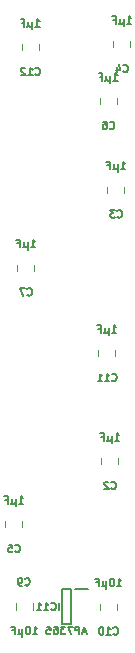
<source format=gbo>
%TF.GenerationSoftware,KiCad,Pcbnew,9.0.2*%
%TF.CreationDate,2025-06-26T19:22:28+02:00*%
%TF.ProjectId,HCP65 Device Interrupts,48435036-3520-4446-9576-69636520496e,V0*%
%TF.SameCoordinates,Original*%
%TF.FileFunction,Legend,Bot*%
%TF.FilePolarity,Positive*%
%FSLAX46Y46*%
G04 Gerber Fmt 4.6, Leading zero omitted, Abs format (unit mm)*
G04 Created by KiCad (PCBNEW 9.0.2) date 2025-06-26 19:22:28*
%MOMM*%
%LPD*%
G01*
G04 APERTURE LIST*
%ADD10C,0.150000*%
%ADD11C,0.120000*%
%ADD12C,0.200000*%
G04 APERTURE END LIST*
D10*
X12451833Y-2300486D02*
X12482071Y-2330725D01*
X12482071Y-2330725D02*
X12572785Y-2360963D01*
X12572785Y-2360963D02*
X12633261Y-2360963D01*
X12633261Y-2360963D02*
X12723976Y-2330725D01*
X12723976Y-2330725D02*
X12784452Y-2270248D01*
X12784452Y-2270248D02*
X12814690Y-2209772D01*
X12814690Y-2209772D02*
X12844928Y-2088820D01*
X12844928Y-2088820D02*
X12844928Y-1998105D01*
X12844928Y-1998105D02*
X12814690Y-1877153D01*
X12814690Y-1877153D02*
X12784452Y-1816677D01*
X12784452Y-1816677D02*
X12723976Y-1756201D01*
X12723976Y-1756201D02*
X12633261Y-1725963D01*
X12633261Y-1725963D02*
X12572785Y-1725963D01*
X12572785Y-1725963D02*
X12482071Y-1756201D01*
X12482071Y-1756201D02*
X12451833Y-1786439D01*
X11907547Y-1937629D02*
X11907547Y-2360963D01*
X12058738Y-1695725D02*
X12209928Y-2149296D01*
X12209928Y-2149296D02*
X11816833Y-2149296D01*
X12742333Y1746036D02*
X13105190Y1746036D01*
X12923762Y1746036D02*
X12923762Y2381036D01*
X12923762Y2381036D02*
X12984238Y2290322D01*
X12984238Y2290322D02*
X13044714Y2229846D01*
X13044714Y2229846D02*
X13105190Y2199608D01*
X12470190Y2169370D02*
X12470190Y1534370D01*
X12167809Y1836751D02*
X12137571Y1776275D01*
X12137571Y1776275D02*
X12077095Y1746036D01*
X12470190Y1836751D02*
X12439952Y1776275D01*
X12439952Y1776275D02*
X12379476Y1746036D01*
X12379476Y1746036D02*
X12258523Y1746036D01*
X12258523Y1746036D02*
X12198047Y1776275D01*
X12198047Y1776275D02*
X12167809Y1836751D01*
X12167809Y1836751D02*
X12167809Y2169370D01*
X11593285Y2078655D02*
X11804952Y2078655D01*
X11804952Y1746036D02*
X11804952Y2381036D01*
X11804952Y2381036D02*
X11502571Y2381036D01*
X11611214Y-49925486D02*
X11641452Y-49955725D01*
X11641452Y-49955725D02*
X11732166Y-49985963D01*
X11732166Y-49985963D02*
X11792642Y-49985963D01*
X11792642Y-49985963D02*
X11883357Y-49955725D01*
X11883357Y-49955725D02*
X11943833Y-49895248D01*
X11943833Y-49895248D02*
X11974071Y-49834772D01*
X11974071Y-49834772D02*
X12004309Y-49713820D01*
X12004309Y-49713820D02*
X12004309Y-49623105D01*
X12004309Y-49623105D02*
X11974071Y-49502153D01*
X11974071Y-49502153D02*
X11943833Y-49441677D01*
X11943833Y-49441677D02*
X11883357Y-49381201D01*
X11883357Y-49381201D02*
X11792642Y-49350963D01*
X11792642Y-49350963D02*
X11732166Y-49350963D01*
X11732166Y-49350963D02*
X11641452Y-49381201D01*
X11641452Y-49381201D02*
X11611214Y-49411439D01*
X11006452Y-49985963D02*
X11369309Y-49985963D01*
X11187881Y-49985963D02*
X11187881Y-49350963D01*
X11187881Y-49350963D02*
X11248357Y-49441677D01*
X11248357Y-49441677D02*
X11308833Y-49502153D01*
X11308833Y-49502153D02*
X11369309Y-49532391D01*
X10613357Y-49350963D02*
X10552880Y-49350963D01*
X10552880Y-49350963D02*
X10492404Y-49381201D01*
X10492404Y-49381201D02*
X10462166Y-49411439D01*
X10462166Y-49411439D02*
X10431928Y-49471915D01*
X10431928Y-49471915D02*
X10401690Y-49592867D01*
X10401690Y-49592867D02*
X10401690Y-49744058D01*
X10401690Y-49744058D02*
X10431928Y-49865010D01*
X10431928Y-49865010D02*
X10462166Y-49925486D01*
X10462166Y-49925486D02*
X10492404Y-49955725D01*
X10492404Y-49955725D02*
X10552880Y-49985963D01*
X10552880Y-49985963D02*
X10613357Y-49985963D01*
X10613357Y-49985963D02*
X10673833Y-49955725D01*
X10673833Y-49955725D02*
X10704071Y-49925486D01*
X10704071Y-49925486D02*
X10734309Y-49865010D01*
X10734309Y-49865010D02*
X10764547Y-49744058D01*
X10764547Y-49744058D02*
X10764547Y-49592867D01*
X10764547Y-49592867D02*
X10734309Y-49471915D01*
X10734309Y-49471915D02*
X10704071Y-49411439D01*
X10704071Y-49411439D02*
X10673833Y-49381201D01*
X10673833Y-49381201D02*
X10613357Y-49350963D01*
X11901714Y-45878963D02*
X12264571Y-45878963D01*
X12083143Y-45878963D02*
X12083143Y-45243963D01*
X12083143Y-45243963D02*
X12143619Y-45334677D01*
X12143619Y-45334677D02*
X12204095Y-45395153D01*
X12204095Y-45395153D02*
X12264571Y-45425391D01*
X11508619Y-45243963D02*
X11448142Y-45243963D01*
X11448142Y-45243963D02*
X11387666Y-45274201D01*
X11387666Y-45274201D02*
X11357428Y-45304439D01*
X11357428Y-45304439D02*
X11327190Y-45364915D01*
X11327190Y-45364915D02*
X11296952Y-45485867D01*
X11296952Y-45485867D02*
X11296952Y-45637058D01*
X11296952Y-45637058D02*
X11327190Y-45758010D01*
X11327190Y-45758010D02*
X11357428Y-45818486D01*
X11357428Y-45818486D02*
X11387666Y-45848725D01*
X11387666Y-45848725D02*
X11448142Y-45878963D01*
X11448142Y-45878963D02*
X11508619Y-45878963D01*
X11508619Y-45878963D02*
X11569095Y-45848725D01*
X11569095Y-45848725D02*
X11599333Y-45818486D01*
X11599333Y-45818486D02*
X11629571Y-45758010D01*
X11629571Y-45758010D02*
X11659809Y-45637058D01*
X11659809Y-45637058D02*
X11659809Y-45485867D01*
X11659809Y-45485867D02*
X11629571Y-45364915D01*
X11629571Y-45364915D02*
X11599333Y-45304439D01*
X11599333Y-45304439D02*
X11569095Y-45274201D01*
X11569095Y-45274201D02*
X11508619Y-45243963D01*
X11024809Y-45455629D02*
X11024809Y-46090629D01*
X10722428Y-45788248D02*
X10692190Y-45848725D01*
X10692190Y-45848725D02*
X10631714Y-45878963D01*
X11024809Y-45788248D02*
X10994571Y-45848725D01*
X10994571Y-45848725D02*
X10934095Y-45878963D01*
X10934095Y-45878963D02*
X10813142Y-45878963D01*
X10813142Y-45878963D02*
X10752666Y-45848725D01*
X10752666Y-45848725D02*
X10722428Y-45788248D01*
X10722428Y-45788248D02*
X10722428Y-45455629D01*
X10147904Y-45546344D02*
X10359571Y-45546344D01*
X10359571Y-45878963D02*
X10359571Y-45243963D01*
X10359571Y-45243963D02*
X10057190Y-45243963D01*
X7018261Y-47910963D02*
X7018261Y-47275963D01*
X6353023Y-47850486D02*
X6383261Y-47880725D01*
X6383261Y-47880725D02*
X6473975Y-47910963D01*
X6473975Y-47910963D02*
X6534451Y-47910963D01*
X6534451Y-47910963D02*
X6625166Y-47880725D01*
X6625166Y-47880725D02*
X6685642Y-47820248D01*
X6685642Y-47820248D02*
X6715880Y-47759772D01*
X6715880Y-47759772D02*
X6746118Y-47638820D01*
X6746118Y-47638820D02*
X6746118Y-47548105D01*
X6746118Y-47548105D02*
X6715880Y-47427153D01*
X6715880Y-47427153D02*
X6685642Y-47366677D01*
X6685642Y-47366677D02*
X6625166Y-47306201D01*
X6625166Y-47306201D02*
X6534451Y-47275963D01*
X6534451Y-47275963D02*
X6473975Y-47275963D01*
X6473975Y-47275963D02*
X6383261Y-47306201D01*
X6383261Y-47306201D02*
X6353023Y-47336439D01*
X5748261Y-47910963D02*
X6111118Y-47910963D01*
X5929690Y-47910963D02*
X5929690Y-47275963D01*
X5929690Y-47275963D02*
X5990166Y-47366677D01*
X5990166Y-47366677D02*
X6050642Y-47427153D01*
X6050642Y-47427153D02*
X6111118Y-47457391D01*
X5143499Y-47910963D02*
X5506356Y-47910963D01*
X5324928Y-47910963D02*
X5324928Y-47275963D01*
X5324928Y-47275963D02*
X5385404Y-47366677D01*
X5385404Y-47366677D02*
X5445880Y-47427153D01*
X5445880Y-47427153D02*
X5506356Y-47457391D01*
X9298214Y-49761534D02*
X8995833Y-49761534D01*
X9358690Y-49942963D02*
X9147024Y-49307963D01*
X9147024Y-49307963D02*
X8935357Y-49942963D01*
X8723690Y-49942963D02*
X8723690Y-49307963D01*
X8723690Y-49307963D02*
X8481785Y-49307963D01*
X8481785Y-49307963D02*
X8421309Y-49338201D01*
X8421309Y-49338201D02*
X8391071Y-49368439D01*
X8391071Y-49368439D02*
X8360833Y-49428915D01*
X8360833Y-49428915D02*
X8360833Y-49519629D01*
X8360833Y-49519629D02*
X8391071Y-49580105D01*
X8391071Y-49580105D02*
X8421309Y-49610344D01*
X8421309Y-49610344D02*
X8481785Y-49640582D01*
X8481785Y-49640582D02*
X8723690Y-49640582D01*
X8149166Y-49307963D02*
X7725833Y-49307963D01*
X7725833Y-49307963D02*
X7997976Y-49942963D01*
X7544404Y-49307963D02*
X7151309Y-49307963D01*
X7151309Y-49307963D02*
X7362976Y-49549867D01*
X7362976Y-49549867D02*
X7272261Y-49549867D01*
X7272261Y-49549867D02*
X7211785Y-49580105D01*
X7211785Y-49580105D02*
X7181547Y-49610344D01*
X7181547Y-49610344D02*
X7151309Y-49670820D01*
X7151309Y-49670820D02*
X7151309Y-49822010D01*
X7151309Y-49822010D02*
X7181547Y-49882486D01*
X7181547Y-49882486D02*
X7211785Y-49912725D01*
X7211785Y-49912725D02*
X7272261Y-49942963D01*
X7272261Y-49942963D02*
X7453690Y-49942963D01*
X7453690Y-49942963D02*
X7514166Y-49912725D01*
X7514166Y-49912725D02*
X7544404Y-49882486D01*
X6607023Y-49307963D02*
X6727976Y-49307963D01*
X6727976Y-49307963D02*
X6788452Y-49338201D01*
X6788452Y-49338201D02*
X6818690Y-49368439D01*
X6818690Y-49368439D02*
X6879166Y-49459153D01*
X6879166Y-49459153D02*
X6909404Y-49580105D01*
X6909404Y-49580105D02*
X6909404Y-49822010D01*
X6909404Y-49822010D02*
X6879166Y-49882486D01*
X6879166Y-49882486D02*
X6848928Y-49912725D01*
X6848928Y-49912725D02*
X6788452Y-49942963D01*
X6788452Y-49942963D02*
X6667499Y-49942963D01*
X6667499Y-49942963D02*
X6607023Y-49912725D01*
X6607023Y-49912725D02*
X6576785Y-49882486D01*
X6576785Y-49882486D02*
X6546547Y-49822010D01*
X6546547Y-49822010D02*
X6546547Y-49670820D01*
X6546547Y-49670820D02*
X6576785Y-49610344D01*
X6576785Y-49610344D02*
X6607023Y-49580105D01*
X6607023Y-49580105D02*
X6667499Y-49549867D01*
X6667499Y-49549867D02*
X6788452Y-49549867D01*
X6788452Y-49549867D02*
X6848928Y-49580105D01*
X6848928Y-49580105D02*
X6879166Y-49610344D01*
X6879166Y-49610344D02*
X6909404Y-49670820D01*
X5972023Y-49307963D02*
X6274404Y-49307963D01*
X6274404Y-49307963D02*
X6304642Y-49610344D01*
X6304642Y-49610344D02*
X6274404Y-49580105D01*
X6274404Y-49580105D02*
X6213928Y-49549867D01*
X6213928Y-49549867D02*
X6062737Y-49549867D01*
X6062737Y-49549867D02*
X6002261Y-49580105D01*
X6002261Y-49580105D02*
X5972023Y-49610344D01*
X5972023Y-49610344D02*
X5941785Y-49670820D01*
X5941785Y-49670820D02*
X5941785Y-49822010D01*
X5941785Y-49822010D02*
X5972023Y-49882486D01*
X5972023Y-49882486D02*
X6002261Y-49912725D01*
X6002261Y-49912725D02*
X6062737Y-49942963D01*
X6062737Y-49942963D02*
X6213928Y-49942963D01*
X6213928Y-49942963D02*
X6274404Y-49912725D01*
X6274404Y-49912725D02*
X6304642Y-49882486D01*
X5007214Y-2554486D02*
X5037452Y-2584725D01*
X5037452Y-2584725D02*
X5128166Y-2614963D01*
X5128166Y-2614963D02*
X5188642Y-2614963D01*
X5188642Y-2614963D02*
X5279357Y-2584725D01*
X5279357Y-2584725D02*
X5339833Y-2524248D01*
X5339833Y-2524248D02*
X5370071Y-2463772D01*
X5370071Y-2463772D02*
X5400309Y-2342820D01*
X5400309Y-2342820D02*
X5400309Y-2252105D01*
X5400309Y-2252105D02*
X5370071Y-2131153D01*
X5370071Y-2131153D02*
X5339833Y-2070677D01*
X5339833Y-2070677D02*
X5279357Y-2010201D01*
X5279357Y-2010201D02*
X5188642Y-1979963D01*
X5188642Y-1979963D02*
X5128166Y-1979963D01*
X5128166Y-1979963D02*
X5037452Y-2010201D01*
X5037452Y-2010201D02*
X5007214Y-2040439D01*
X4402452Y-2614963D02*
X4765309Y-2614963D01*
X4583881Y-2614963D02*
X4583881Y-1979963D01*
X4583881Y-1979963D02*
X4644357Y-2070677D01*
X4644357Y-2070677D02*
X4704833Y-2131153D01*
X4704833Y-2131153D02*
X4765309Y-2161391D01*
X4160547Y-2040439D02*
X4130309Y-2010201D01*
X4130309Y-2010201D02*
X4069833Y-1979963D01*
X4069833Y-1979963D02*
X3918642Y-1979963D01*
X3918642Y-1979963D02*
X3858166Y-2010201D01*
X3858166Y-2010201D02*
X3827928Y-2040439D01*
X3827928Y-2040439D02*
X3797690Y-2100915D01*
X3797690Y-2100915D02*
X3797690Y-2161391D01*
X3797690Y-2161391D02*
X3827928Y-2252105D01*
X3827928Y-2252105D02*
X4190785Y-2614963D01*
X4190785Y-2614963D02*
X3797690Y-2614963D01*
X4995333Y1492036D02*
X5358190Y1492036D01*
X5176762Y1492036D02*
X5176762Y2127036D01*
X5176762Y2127036D02*
X5237238Y2036322D01*
X5237238Y2036322D02*
X5297714Y1975846D01*
X5297714Y1975846D02*
X5358190Y1945608D01*
X4723190Y1915370D02*
X4723190Y1280370D01*
X4420809Y1582751D02*
X4390571Y1522275D01*
X4390571Y1522275D02*
X4330095Y1492036D01*
X4723190Y1582751D02*
X4692952Y1522275D01*
X4692952Y1522275D02*
X4632476Y1492036D01*
X4632476Y1492036D02*
X4511523Y1492036D01*
X4511523Y1492036D02*
X4451047Y1522275D01*
X4451047Y1522275D02*
X4420809Y1582751D01*
X4420809Y1582751D02*
X4420809Y1915370D01*
X3846285Y1824655D02*
X4057952Y1824655D01*
X4057952Y1492036D02*
X4057952Y2127036D01*
X4057952Y2127036D02*
X3755571Y2127036D01*
X4323833Y-21223486D02*
X4354071Y-21253725D01*
X4354071Y-21253725D02*
X4444785Y-21283963D01*
X4444785Y-21283963D02*
X4505261Y-21283963D01*
X4505261Y-21283963D02*
X4595976Y-21253725D01*
X4595976Y-21253725D02*
X4656452Y-21193248D01*
X4656452Y-21193248D02*
X4686690Y-21132772D01*
X4686690Y-21132772D02*
X4716928Y-21011820D01*
X4716928Y-21011820D02*
X4716928Y-20921105D01*
X4716928Y-20921105D02*
X4686690Y-20800153D01*
X4686690Y-20800153D02*
X4656452Y-20739677D01*
X4656452Y-20739677D02*
X4595976Y-20679201D01*
X4595976Y-20679201D02*
X4505261Y-20648963D01*
X4505261Y-20648963D02*
X4444785Y-20648963D01*
X4444785Y-20648963D02*
X4354071Y-20679201D01*
X4354071Y-20679201D02*
X4323833Y-20709439D01*
X4112166Y-20648963D02*
X3688833Y-20648963D01*
X3688833Y-20648963D02*
X3960976Y-21283963D01*
X4614333Y-17176963D02*
X4977190Y-17176963D01*
X4795762Y-17176963D02*
X4795762Y-16541963D01*
X4795762Y-16541963D02*
X4856238Y-16632677D01*
X4856238Y-16632677D02*
X4916714Y-16693153D01*
X4916714Y-16693153D02*
X4977190Y-16723391D01*
X4342190Y-16753629D02*
X4342190Y-17388629D01*
X4039809Y-17086248D02*
X4009571Y-17146725D01*
X4009571Y-17146725D02*
X3949095Y-17176963D01*
X4342190Y-17086248D02*
X4311952Y-17146725D01*
X4311952Y-17146725D02*
X4251476Y-17176963D01*
X4251476Y-17176963D02*
X4130523Y-17176963D01*
X4130523Y-17176963D02*
X4070047Y-17146725D01*
X4070047Y-17146725D02*
X4039809Y-17086248D01*
X4039809Y-17086248D02*
X4039809Y-16753629D01*
X3465285Y-16844344D02*
X3676952Y-16844344D01*
X3676952Y-17176963D02*
X3676952Y-16541963D01*
X3676952Y-16541963D02*
X3374571Y-16541963D01*
X3307833Y-42940486D02*
X3338071Y-42970725D01*
X3338071Y-42970725D02*
X3428785Y-43000963D01*
X3428785Y-43000963D02*
X3489261Y-43000963D01*
X3489261Y-43000963D02*
X3579976Y-42970725D01*
X3579976Y-42970725D02*
X3640452Y-42910248D01*
X3640452Y-42910248D02*
X3670690Y-42849772D01*
X3670690Y-42849772D02*
X3700928Y-42728820D01*
X3700928Y-42728820D02*
X3700928Y-42638105D01*
X3700928Y-42638105D02*
X3670690Y-42517153D01*
X3670690Y-42517153D02*
X3640452Y-42456677D01*
X3640452Y-42456677D02*
X3579976Y-42396201D01*
X3579976Y-42396201D02*
X3489261Y-42365963D01*
X3489261Y-42365963D02*
X3428785Y-42365963D01*
X3428785Y-42365963D02*
X3338071Y-42396201D01*
X3338071Y-42396201D02*
X3307833Y-42426439D01*
X2733309Y-42365963D02*
X3035690Y-42365963D01*
X3035690Y-42365963D02*
X3065928Y-42668344D01*
X3065928Y-42668344D02*
X3035690Y-42638105D01*
X3035690Y-42638105D02*
X2975214Y-42607867D01*
X2975214Y-42607867D02*
X2824023Y-42607867D01*
X2824023Y-42607867D02*
X2763547Y-42638105D01*
X2763547Y-42638105D02*
X2733309Y-42668344D01*
X2733309Y-42668344D02*
X2703071Y-42728820D01*
X2703071Y-42728820D02*
X2703071Y-42880010D01*
X2703071Y-42880010D02*
X2733309Y-42940486D01*
X2733309Y-42940486D02*
X2763547Y-42970725D01*
X2763547Y-42970725D02*
X2824023Y-43000963D01*
X2824023Y-43000963D02*
X2975214Y-43000963D01*
X2975214Y-43000963D02*
X3035690Y-42970725D01*
X3035690Y-42970725D02*
X3065928Y-42940486D01*
X3598333Y-38893963D02*
X3961190Y-38893963D01*
X3779762Y-38893963D02*
X3779762Y-38258963D01*
X3779762Y-38258963D02*
X3840238Y-38349677D01*
X3840238Y-38349677D02*
X3900714Y-38410153D01*
X3900714Y-38410153D02*
X3961190Y-38440391D01*
X3326190Y-38470629D02*
X3326190Y-39105629D01*
X3023809Y-38803248D02*
X2993571Y-38863725D01*
X2993571Y-38863725D02*
X2933095Y-38893963D01*
X3326190Y-38803248D02*
X3295952Y-38863725D01*
X3295952Y-38863725D02*
X3235476Y-38893963D01*
X3235476Y-38893963D02*
X3114523Y-38893963D01*
X3114523Y-38893963D02*
X3054047Y-38863725D01*
X3054047Y-38863725D02*
X3023809Y-38803248D01*
X3023809Y-38803248D02*
X3023809Y-38470629D01*
X2449285Y-38561344D02*
X2660952Y-38561344D01*
X2660952Y-38893963D02*
X2660952Y-38258963D01*
X2660952Y-38258963D02*
X2358571Y-38258963D01*
X11308833Y-7126486D02*
X11339071Y-7156725D01*
X11339071Y-7156725D02*
X11429785Y-7186963D01*
X11429785Y-7186963D02*
X11490261Y-7186963D01*
X11490261Y-7186963D02*
X11580976Y-7156725D01*
X11580976Y-7156725D02*
X11641452Y-7096248D01*
X11641452Y-7096248D02*
X11671690Y-7035772D01*
X11671690Y-7035772D02*
X11701928Y-6914820D01*
X11701928Y-6914820D02*
X11701928Y-6824105D01*
X11701928Y-6824105D02*
X11671690Y-6703153D01*
X11671690Y-6703153D02*
X11641452Y-6642677D01*
X11641452Y-6642677D02*
X11580976Y-6582201D01*
X11580976Y-6582201D02*
X11490261Y-6551963D01*
X11490261Y-6551963D02*
X11429785Y-6551963D01*
X11429785Y-6551963D02*
X11339071Y-6582201D01*
X11339071Y-6582201D02*
X11308833Y-6612439D01*
X10764547Y-6551963D02*
X10885500Y-6551963D01*
X10885500Y-6551963D02*
X10945976Y-6582201D01*
X10945976Y-6582201D02*
X10976214Y-6612439D01*
X10976214Y-6612439D02*
X11036690Y-6703153D01*
X11036690Y-6703153D02*
X11066928Y-6824105D01*
X11066928Y-6824105D02*
X11066928Y-7066010D01*
X11066928Y-7066010D02*
X11036690Y-7126486D01*
X11036690Y-7126486D02*
X11006452Y-7156725D01*
X11006452Y-7156725D02*
X10945976Y-7186963D01*
X10945976Y-7186963D02*
X10825023Y-7186963D01*
X10825023Y-7186963D02*
X10764547Y-7156725D01*
X10764547Y-7156725D02*
X10734309Y-7126486D01*
X10734309Y-7126486D02*
X10704071Y-7066010D01*
X10704071Y-7066010D02*
X10704071Y-6914820D01*
X10704071Y-6914820D02*
X10734309Y-6854344D01*
X10734309Y-6854344D02*
X10764547Y-6824105D01*
X10764547Y-6824105D02*
X10825023Y-6793867D01*
X10825023Y-6793867D02*
X10945976Y-6793867D01*
X10945976Y-6793867D02*
X11006452Y-6824105D01*
X11006452Y-6824105D02*
X11036690Y-6854344D01*
X11036690Y-6854344D02*
X11066928Y-6914820D01*
X11599333Y-3079963D02*
X11962190Y-3079963D01*
X11780762Y-3079963D02*
X11780762Y-2444963D01*
X11780762Y-2444963D02*
X11841238Y-2535677D01*
X11841238Y-2535677D02*
X11901714Y-2596153D01*
X11901714Y-2596153D02*
X11962190Y-2626391D01*
X11327190Y-2656629D02*
X11327190Y-3291629D01*
X11024809Y-2989248D02*
X10994571Y-3049725D01*
X10994571Y-3049725D02*
X10934095Y-3079963D01*
X11327190Y-2989248D02*
X11296952Y-3049725D01*
X11296952Y-3049725D02*
X11236476Y-3079963D01*
X11236476Y-3079963D02*
X11115523Y-3079963D01*
X11115523Y-3079963D02*
X11055047Y-3049725D01*
X11055047Y-3049725D02*
X11024809Y-2989248D01*
X11024809Y-2989248D02*
X11024809Y-2656629D01*
X10450285Y-2747344D02*
X10661952Y-2747344D01*
X10661952Y-3079963D02*
X10661952Y-2444963D01*
X10661952Y-2444963D02*
X10359571Y-2444963D01*
X11484214Y-28462486D02*
X11514452Y-28492725D01*
X11514452Y-28492725D02*
X11605166Y-28522963D01*
X11605166Y-28522963D02*
X11665642Y-28522963D01*
X11665642Y-28522963D02*
X11756357Y-28492725D01*
X11756357Y-28492725D02*
X11816833Y-28432248D01*
X11816833Y-28432248D02*
X11847071Y-28371772D01*
X11847071Y-28371772D02*
X11877309Y-28250820D01*
X11877309Y-28250820D02*
X11877309Y-28160105D01*
X11877309Y-28160105D02*
X11847071Y-28039153D01*
X11847071Y-28039153D02*
X11816833Y-27978677D01*
X11816833Y-27978677D02*
X11756357Y-27918201D01*
X11756357Y-27918201D02*
X11665642Y-27887963D01*
X11665642Y-27887963D02*
X11605166Y-27887963D01*
X11605166Y-27887963D02*
X11514452Y-27918201D01*
X11514452Y-27918201D02*
X11484214Y-27948439D01*
X10879452Y-28522963D02*
X11242309Y-28522963D01*
X11060881Y-28522963D02*
X11060881Y-27887963D01*
X11060881Y-27887963D02*
X11121357Y-27978677D01*
X11121357Y-27978677D02*
X11181833Y-28039153D01*
X11181833Y-28039153D02*
X11242309Y-28069391D01*
X10274690Y-28522963D02*
X10637547Y-28522963D01*
X10456119Y-28522963D02*
X10456119Y-27887963D01*
X10456119Y-27887963D02*
X10516595Y-27978677D01*
X10516595Y-27978677D02*
X10577071Y-28039153D01*
X10577071Y-28039153D02*
X10637547Y-28069391D01*
X11472333Y-24415963D02*
X11835190Y-24415963D01*
X11653762Y-24415963D02*
X11653762Y-23780963D01*
X11653762Y-23780963D02*
X11714238Y-23871677D01*
X11714238Y-23871677D02*
X11774714Y-23932153D01*
X11774714Y-23932153D02*
X11835190Y-23962391D01*
X11200190Y-23992629D02*
X11200190Y-24627629D01*
X10897809Y-24325248D02*
X10867571Y-24385725D01*
X10867571Y-24385725D02*
X10807095Y-24415963D01*
X11200190Y-24325248D02*
X11169952Y-24385725D01*
X11169952Y-24385725D02*
X11109476Y-24415963D01*
X11109476Y-24415963D02*
X10988523Y-24415963D01*
X10988523Y-24415963D02*
X10928047Y-24385725D01*
X10928047Y-24385725D02*
X10897809Y-24325248D01*
X10897809Y-24325248D02*
X10897809Y-23992629D01*
X10323285Y-24083344D02*
X10534952Y-24083344D01*
X10534952Y-24415963D02*
X10534952Y-23780963D01*
X10534952Y-23780963D02*
X10232571Y-23780963D01*
X11435833Y-37606486D02*
X11466071Y-37636725D01*
X11466071Y-37636725D02*
X11556785Y-37666963D01*
X11556785Y-37666963D02*
X11617261Y-37666963D01*
X11617261Y-37666963D02*
X11707976Y-37636725D01*
X11707976Y-37636725D02*
X11768452Y-37576248D01*
X11768452Y-37576248D02*
X11798690Y-37515772D01*
X11798690Y-37515772D02*
X11828928Y-37394820D01*
X11828928Y-37394820D02*
X11828928Y-37304105D01*
X11828928Y-37304105D02*
X11798690Y-37183153D01*
X11798690Y-37183153D02*
X11768452Y-37122677D01*
X11768452Y-37122677D02*
X11707976Y-37062201D01*
X11707976Y-37062201D02*
X11617261Y-37031963D01*
X11617261Y-37031963D02*
X11556785Y-37031963D01*
X11556785Y-37031963D02*
X11466071Y-37062201D01*
X11466071Y-37062201D02*
X11435833Y-37092439D01*
X11193928Y-37092439D02*
X11163690Y-37062201D01*
X11163690Y-37062201D02*
X11103214Y-37031963D01*
X11103214Y-37031963D02*
X10952023Y-37031963D01*
X10952023Y-37031963D02*
X10891547Y-37062201D01*
X10891547Y-37062201D02*
X10861309Y-37092439D01*
X10861309Y-37092439D02*
X10831071Y-37152915D01*
X10831071Y-37152915D02*
X10831071Y-37213391D01*
X10831071Y-37213391D02*
X10861309Y-37304105D01*
X10861309Y-37304105D02*
X11224166Y-37666963D01*
X11224166Y-37666963D02*
X10831071Y-37666963D01*
X11726333Y-33559963D02*
X12089190Y-33559963D01*
X11907762Y-33559963D02*
X11907762Y-32924963D01*
X11907762Y-32924963D02*
X11968238Y-33015677D01*
X11968238Y-33015677D02*
X12028714Y-33076153D01*
X12028714Y-33076153D02*
X12089190Y-33106391D01*
X11454190Y-33136629D02*
X11454190Y-33771629D01*
X11151809Y-33469248D02*
X11121571Y-33529725D01*
X11121571Y-33529725D02*
X11061095Y-33559963D01*
X11454190Y-33469248D02*
X11423952Y-33529725D01*
X11423952Y-33529725D02*
X11363476Y-33559963D01*
X11363476Y-33559963D02*
X11242523Y-33559963D01*
X11242523Y-33559963D02*
X11182047Y-33529725D01*
X11182047Y-33529725D02*
X11151809Y-33469248D01*
X11151809Y-33469248D02*
X11151809Y-33136629D01*
X10577285Y-33227344D02*
X10788952Y-33227344D01*
X10788952Y-33559963D02*
X10788952Y-32924963D01*
X10788952Y-32924963D02*
X10486571Y-32924963D01*
X4142833Y-45775486D02*
X4173071Y-45805725D01*
X4173071Y-45805725D02*
X4263785Y-45835963D01*
X4263785Y-45835963D02*
X4324261Y-45835963D01*
X4324261Y-45835963D02*
X4414976Y-45805725D01*
X4414976Y-45805725D02*
X4475452Y-45745248D01*
X4475452Y-45745248D02*
X4505690Y-45684772D01*
X4505690Y-45684772D02*
X4535928Y-45563820D01*
X4535928Y-45563820D02*
X4535928Y-45473105D01*
X4535928Y-45473105D02*
X4505690Y-45352153D01*
X4505690Y-45352153D02*
X4475452Y-45291677D01*
X4475452Y-45291677D02*
X4414976Y-45231201D01*
X4414976Y-45231201D02*
X4324261Y-45200963D01*
X4324261Y-45200963D02*
X4263785Y-45200963D01*
X4263785Y-45200963D02*
X4173071Y-45231201D01*
X4173071Y-45231201D02*
X4142833Y-45261439D01*
X3840452Y-45835963D02*
X3719500Y-45835963D01*
X3719500Y-45835963D02*
X3659023Y-45805725D01*
X3659023Y-45805725D02*
X3628785Y-45775486D01*
X3628785Y-45775486D02*
X3568309Y-45684772D01*
X3568309Y-45684772D02*
X3538071Y-45563820D01*
X3538071Y-45563820D02*
X3538071Y-45321915D01*
X3538071Y-45321915D02*
X3568309Y-45261439D01*
X3568309Y-45261439D02*
X3598547Y-45231201D01*
X3598547Y-45231201D02*
X3659023Y-45200963D01*
X3659023Y-45200963D02*
X3779976Y-45200963D01*
X3779976Y-45200963D02*
X3840452Y-45231201D01*
X3840452Y-45231201D02*
X3870690Y-45261439D01*
X3870690Y-45261439D02*
X3900928Y-45321915D01*
X3900928Y-45321915D02*
X3900928Y-45473105D01*
X3900928Y-45473105D02*
X3870690Y-45533582D01*
X3870690Y-45533582D02*
X3840452Y-45563820D01*
X3840452Y-45563820D02*
X3779976Y-45594058D01*
X3779976Y-45594058D02*
X3659023Y-45594058D01*
X3659023Y-45594058D02*
X3598547Y-45563820D01*
X3598547Y-45563820D02*
X3568309Y-45533582D01*
X3568309Y-45533582D02*
X3538071Y-45473105D01*
X4789714Y-49942963D02*
X5152571Y-49942963D01*
X4971143Y-49942963D02*
X4971143Y-49307963D01*
X4971143Y-49307963D02*
X5031619Y-49398677D01*
X5031619Y-49398677D02*
X5092095Y-49459153D01*
X5092095Y-49459153D02*
X5152571Y-49489391D01*
X4396619Y-49307963D02*
X4336142Y-49307963D01*
X4336142Y-49307963D02*
X4275666Y-49338201D01*
X4275666Y-49338201D02*
X4245428Y-49368439D01*
X4245428Y-49368439D02*
X4215190Y-49428915D01*
X4215190Y-49428915D02*
X4184952Y-49549867D01*
X4184952Y-49549867D02*
X4184952Y-49701058D01*
X4184952Y-49701058D02*
X4215190Y-49822010D01*
X4215190Y-49822010D02*
X4245428Y-49882486D01*
X4245428Y-49882486D02*
X4275666Y-49912725D01*
X4275666Y-49912725D02*
X4336142Y-49942963D01*
X4336142Y-49942963D02*
X4396619Y-49942963D01*
X4396619Y-49942963D02*
X4457095Y-49912725D01*
X4457095Y-49912725D02*
X4487333Y-49882486D01*
X4487333Y-49882486D02*
X4517571Y-49822010D01*
X4517571Y-49822010D02*
X4547809Y-49701058D01*
X4547809Y-49701058D02*
X4547809Y-49549867D01*
X4547809Y-49549867D02*
X4517571Y-49428915D01*
X4517571Y-49428915D02*
X4487333Y-49368439D01*
X4487333Y-49368439D02*
X4457095Y-49338201D01*
X4457095Y-49338201D02*
X4396619Y-49307963D01*
X3912809Y-49519629D02*
X3912809Y-50154629D01*
X3610428Y-49852248D02*
X3580190Y-49912725D01*
X3580190Y-49912725D02*
X3519714Y-49942963D01*
X3912809Y-49852248D02*
X3882571Y-49912725D01*
X3882571Y-49912725D02*
X3822095Y-49942963D01*
X3822095Y-49942963D02*
X3701142Y-49942963D01*
X3701142Y-49942963D02*
X3640666Y-49912725D01*
X3640666Y-49912725D02*
X3610428Y-49852248D01*
X3610428Y-49852248D02*
X3610428Y-49519629D01*
X3035904Y-49610344D02*
X3247571Y-49610344D01*
X3247571Y-49942963D02*
X3247571Y-49307963D01*
X3247571Y-49307963D02*
X2945190Y-49307963D01*
X11943833Y-14619486D02*
X11974071Y-14649725D01*
X11974071Y-14649725D02*
X12064785Y-14679963D01*
X12064785Y-14679963D02*
X12125261Y-14679963D01*
X12125261Y-14679963D02*
X12215976Y-14649725D01*
X12215976Y-14649725D02*
X12276452Y-14589248D01*
X12276452Y-14589248D02*
X12306690Y-14528772D01*
X12306690Y-14528772D02*
X12336928Y-14407820D01*
X12336928Y-14407820D02*
X12336928Y-14317105D01*
X12336928Y-14317105D02*
X12306690Y-14196153D01*
X12306690Y-14196153D02*
X12276452Y-14135677D01*
X12276452Y-14135677D02*
X12215976Y-14075201D01*
X12215976Y-14075201D02*
X12125261Y-14044963D01*
X12125261Y-14044963D02*
X12064785Y-14044963D01*
X12064785Y-14044963D02*
X11974071Y-14075201D01*
X11974071Y-14075201D02*
X11943833Y-14105439D01*
X11732166Y-14044963D02*
X11339071Y-14044963D01*
X11339071Y-14044963D02*
X11550738Y-14286867D01*
X11550738Y-14286867D02*
X11460023Y-14286867D01*
X11460023Y-14286867D02*
X11399547Y-14317105D01*
X11399547Y-14317105D02*
X11369309Y-14347344D01*
X11369309Y-14347344D02*
X11339071Y-14407820D01*
X11339071Y-14407820D02*
X11339071Y-14559010D01*
X11339071Y-14559010D02*
X11369309Y-14619486D01*
X11369309Y-14619486D02*
X11399547Y-14649725D01*
X11399547Y-14649725D02*
X11460023Y-14679963D01*
X11460023Y-14679963D02*
X11641452Y-14679963D01*
X11641452Y-14679963D02*
X11701928Y-14649725D01*
X11701928Y-14649725D02*
X11732166Y-14619486D01*
X12234333Y-10572963D02*
X12597190Y-10572963D01*
X12415762Y-10572963D02*
X12415762Y-9937963D01*
X12415762Y-9937963D02*
X12476238Y-10028677D01*
X12476238Y-10028677D02*
X12536714Y-10089153D01*
X12536714Y-10089153D02*
X12597190Y-10119391D01*
X11962190Y-10149629D02*
X11962190Y-10784629D01*
X11659809Y-10482248D02*
X11629571Y-10542725D01*
X11629571Y-10542725D02*
X11569095Y-10572963D01*
X11962190Y-10482248D02*
X11931952Y-10542725D01*
X11931952Y-10542725D02*
X11871476Y-10572963D01*
X11871476Y-10572963D02*
X11750523Y-10572963D01*
X11750523Y-10572963D02*
X11690047Y-10542725D01*
X11690047Y-10542725D02*
X11659809Y-10482248D01*
X11659809Y-10482248D02*
X11659809Y-10149629D01*
X11085285Y-10240344D02*
X11296952Y-10240344D01*
X11296952Y-10572963D02*
X11296952Y-9937963D01*
X11296952Y-9937963D02*
X10994571Y-9937963D01*
D11*
%TO.C,C4*%
X13054000Y-277252D02*
X13054000Y245252D01*
X11584000Y-277252D02*
X11584000Y245252D01*
%TO.C,C10*%
X11911000Y-47902252D02*
X11911000Y-47379748D01*
X10441000Y-47902252D02*
X10441000Y-47379748D01*
D12*
%TO.C,IC11*%
X8345000Y-46125000D02*
X9495000Y-46125000D01*
X7995000Y-49125000D02*
X7245000Y-49125000D01*
X7995000Y-46125000D02*
X7995000Y-49125000D01*
X7245000Y-49125000D02*
X7245000Y-46125000D01*
X7245000Y-46125000D02*
X7995000Y-46125000D01*
D11*
%TO.C,C12*%
X5307000Y-531252D02*
X5307000Y-8748D01*
X3837000Y-531252D02*
X3837000Y-8748D01*
%TO.C,C7*%
X4926000Y-19200252D02*
X4926000Y-18677748D01*
X3456000Y-19200252D02*
X3456000Y-18677748D01*
%TO.C,C5*%
X3910000Y-40917252D02*
X3910000Y-40394748D01*
X2440000Y-40917252D02*
X2440000Y-40394748D01*
%TO.C,C6*%
X11911000Y-5103252D02*
X11911000Y-4580748D01*
X10441000Y-5103252D02*
X10441000Y-4580748D01*
%TO.C,C11*%
X11784000Y-26439252D02*
X11784000Y-25916748D01*
X10314000Y-26439252D02*
X10314000Y-25916748D01*
%TO.C,C2*%
X12038000Y-35583252D02*
X12038000Y-35060748D01*
X10568000Y-35583252D02*
X10568000Y-35060748D01*
%TO.C,C9*%
X4799000Y-47347748D02*
X4799000Y-47870252D01*
X3329000Y-47347748D02*
X3329000Y-47870252D01*
%TO.C,C3*%
X12546000Y-12596252D02*
X12546000Y-12073748D01*
X11076000Y-12596252D02*
X11076000Y-12073748D01*
%TD*%
M02*

</source>
